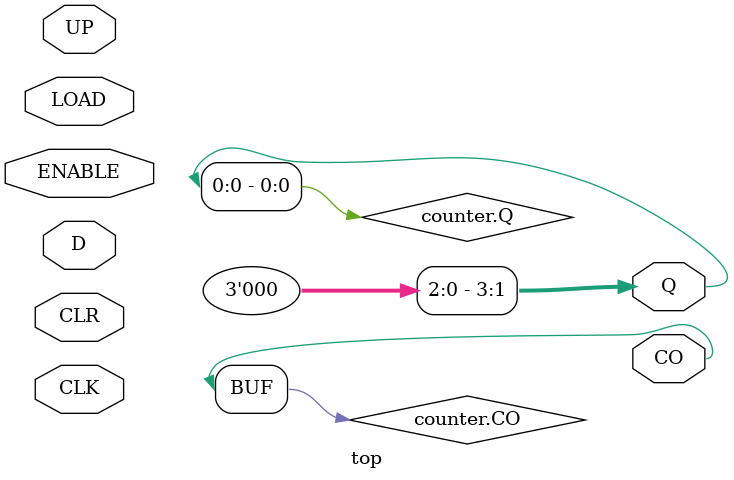
<source format=v>
`timescale 1ns / 1ps


module top(
input LOAD,
input [3:0] D, 
input ENABLE, 
input UP,
input CLK, 
input CLR,
output [3:0] Q,
output CO
 );
 
 simpleDivider divider(.CLK100MHZ(CLK));
 BCD1digit counter(.LOAD(LOAD), .D(D[3:0]), .ENABLE(ENABLE), .UP(UP),
 .CLK(divider.slowClk), .CLR(CLR));
 
 assign Q = counter.Q;
 assign CO = counter.CO;


   
endmodule

</source>
